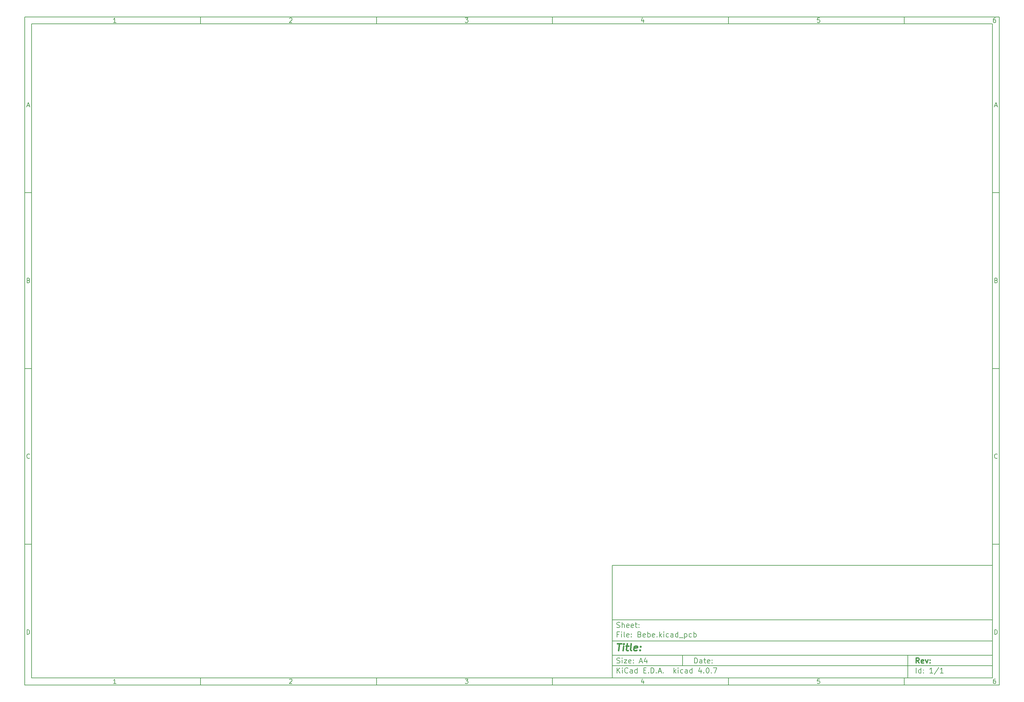
<source format=gbr>
G04 #@! TF.FileFunction,Paste,Top*
%FSLAX46Y46*%
G04 Gerber Fmt 4.6, Leading zero omitted, Abs format (unit mm)*
G04 Created by KiCad (PCBNEW 4.0.7) date 09/26/19 12:59:43*
%MOMM*%
%LPD*%
G01*
G04 APERTURE LIST*
%ADD10C,0.100000*%
%ADD11C,0.150000*%
%ADD12C,0.300000*%
%ADD13C,0.400000*%
G04 APERTURE END LIST*
D10*
D11*
X177002200Y-166007200D02*
X177002200Y-198007200D01*
X285002200Y-198007200D01*
X285002200Y-166007200D01*
X177002200Y-166007200D01*
D10*
D11*
X10000000Y-10000000D02*
X10000000Y-200007200D01*
X287002200Y-200007200D01*
X287002200Y-10000000D01*
X10000000Y-10000000D01*
D10*
D11*
X12000000Y-12000000D02*
X12000000Y-198007200D01*
X285002200Y-198007200D01*
X285002200Y-12000000D01*
X12000000Y-12000000D01*
D10*
D11*
X60000000Y-12000000D02*
X60000000Y-10000000D01*
D10*
D11*
X110000000Y-12000000D02*
X110000000Y-10000000D01*
D10*
D11*
X160000000Y-12000000D02*
X160000000Y-10000000D01*
D10*
D11*
X210000000Y-12000000D02*
X210000000Y-10000000D01*
D10*
D11*
X260000000Y-12000000D02*
X260000000Y-10000000D01*
D10*
D11*
X35990476Y-11588095D02*
X35247619Y-11588095D01*
X35619048Y-11588095D02*
X35619048Y-10288095D01*
X35495238Y-10473810D01*
X35371429Y-10597619D01*
X35247619Y-10659524D01*
D10*
D11*
X85247619Y-10411905D02*
X85309524Y-10350000D01*
X85433333Y-10288095D01*
X85742857Y-10288095D01*
X85866667Y-10350000D01*
X85928571Y-10411905D01*
X85990476Y-10535714D01*
X85990476Y-10659524D01*
X85928571Y-10845238D01*
X85185714Y-11588095D01*
X85990476Y-11588095D01*
D10*
D11*
X135185714Y-10288095D02*
X135990476Y-10288095D01*
X135557143Y-10783333D01*
X135742857Y-10783333D01*
X135866667Y-10845238D01*
X135928571Y-10907143D01*
X135990476Y-11030952D01*
X135990476Y-11340476D01*
X135928571Y-11464286D01*
X135866667Y-11526190D01*
X135742857Y-11588095D01*
X135371429Y-11588095D01*
X135247619Y-11526190D01*
X135185714Y-11464286D01*
D10*
D11*
X185866667Y-10721429D02*
X185866667Y-11588095D01*
X185557143Y-10226190D02*
X185247619Y-11154762D01*
X186052381Y-11154762D01*
D10*
D11*
X235928571Y-10288095D02*
X235309524Y-10288095D01*
X235247619Y-10907143D01*
X235309524Y-10845238D01*
X235433333Y-10783333D01*
X235742857Y-10783333D01*
X235866667Y-10845238D01*
X235928571Y-10907143D01*
X235990476Y-11030952D01*
X235990476Y-11340476D01*
X235928571Y-11464286D01*
X235866667Y-11526190D01*
X235742857Y-11588095D01*
X235433333Y-11588095D01*
X235309524Y-11526190D01*
X235247619Y-11464286D01*
D10*
D11*
X285866667Y-10288095D02*
X285619048Y-10288095D01*
X285495238Y-10350000D01*
X285433333Y-10411905D01*
X285309524Y-10597619D01*
X285247619Y-10845238D01*
X285247619Y-11340476D01*
X285309524Y-11464286D01*
X285371429Y-11526190D01*
X285495238Y-11588095D01*
X285742857Y-11588095D01*
X285866667Y-11526190D01*
X285928571Y-11464286D01*
X285990476Y-11340476D01*
X285990476Y-11030952D01*
X285928571Y-10907143D01*
X285866667Y-10845238D01*
X285742857Y-10783333D01*
X285495238Y-10783333D01*
X285371429Y-10845238D01*
X285309524Y-10907143D01*
X285247619Y-11030952D01*
D10*
D11*
X60000000Y-198007200D02*
X60000000Y-200007200D01*
D10*
D11*
X110000000Y-198007200D02*
X110000000Y-200007200D01*
D10*
D11*
X160000000Y-198007200D02*
X160000000Y-200007200D01*
D10*
D11*
X210000000Y-198007200D02*
X210000000Y-200007200D01*
D10*
D11*
X260000000Y-198007200D02*
X260000000Y-200007200D01*
D10*
D11*
X35990476Y-199595295D02*
X35247619Y-199595295D01*
X35619048Y-199595295D02*
X35619048Y-198295295D01*
X35495238Y-198481010D01*
X35371429Y-198604819D01*
X35247619Y-198666724D01*
D10*
D11*
X85247619Y-198419105D02*
X85309524Y-198357200D01*
X85433333Y-198295295D01*
X85742857Y-198295295D01*
X85866667Y-198357200D01*
X85928571Y-198419105D01*
X85990476Y-198542914D01*
X85990476Y-198666724D01*
X85928571Y-198852438D01*
X85185714Y-199595295D01*
X85990476Y-199595295D01*
D10*
D11*
X135185714Y-198295295D02*
X135990476Y-198295295D01*
X135557143Y-198790533D01*
X135742857Y-198790533D01*
X135866667Y-198852438D01*
X135928571Y-198914343D01*
X135990476Y-199038152D01*
X135990476Y-199347676D01*
X135928571Y-199471486D01*
X135866667Y-199533390D01*
X135742857Y-199595295D01*
X135371429Y-199595295D01*
X135247619Y-199533390D01*
X135185714Y-199471486D01*
D10*
D11*
X185866667Y-198728629D02*
X185866667Y-199595295D01*
X185557143Y-198233390D02*
X185247619Y-199161962D01*
X186052381Y-199161962D01*
D10*
D11*
X235928571Y-198295295D02*
X235309524Y-198295295D01*
X235247619Y-198914343D01*
X235309524Y-198852438D01*
X235433333Y-198790533D01*
X235742857Y-198790533D01*
X235866667Y-198852438D01*
X235928571Y-198914343D01*
X235990476Y-199038152D01*
X235990476Y-199347676D01*
X235928571Y-199471486D01*
X235866667Y-199533390D01*
X235742857Y-199595295D01*
X235433333Y-199595295D01*
X235309524Y-199533390D01*
X235247619Y-199471486D01*
D10*
D11*
X285866667Y-198295295D02*
X285619048Y-198295295D01*
X285495238Y-198357200D01*
X285433333Y-198419105D01*
X285309524Y-198604819D01*
X285247619Y-198852438D01*
X285247619Y-199347676D01*
X285309524Y-199471486D01*
X285371429Y-199533390D01*
X285495238Y-199595295D01*
X285742857Y-199595295D01*
X285866667Y-199533390D01*
X285928571Y-199471486D01*
X285990476Y-199347676D01*
X285990476Y-199038152D01*
X285928571Y-198914343D01*
X285866667Y-198852438D01*
X285742857Y-198790533D01*
X285495238Y-198790533D01*
X285371429Y-198852438D01*
X285309524Y-198914343D01*
X285247619Y-199038152D01*
D10*
D11*
X10000000Y-60000000D02*
X12000000Y-60000000D01*
D10*
D11*
X10000000Y-110000000D02*
X12000000Y-110000000D01*
D10*
D11*
X10000000Y-160000000D02*
X12000000Y-160000000D01*
D10*
D11*
X10690476Y-35216667D02*
X11309524Y-35216667D01*
X10566667Y-35588095D02*
X11000000Y-34288095D01*
X11433333Y-35588095D01*
D10*
D11*
X11092857Y-84907143D02*
X11278571Y-84969048D01*
X11340476Y-85030952D01*
X11402381Y-85154762D01*
X11402381Y-85340476D01*
X11340476Y-85464286D01*
X11278571Y-85526190D01*
X11154762Y-85588095D01*
X10659524Y-85588095D01*
X10659524Y-84288095D01*
X11092857Y-84288095D01*
X11216667Y-84350000D01*
X11278571Y-84411905D01*
X11340476Y-84535714D01*
X11340476Y-84659524D01*
X11278571Y-84783333D01*
X11216667Y-84845238D01*
X11092857Y-84907143D01*
X10659524Y-84907143D01*
D10*
D11*
X11402381Y-135464286D02*
X11340476Y-135526190D01*
X11154762Y-135588095D01*
X11030952Y-135588095D01*
X10845238Y-135526190D01*
X10721429Y-135402381D01*
X10659524Y-135278571D01*
X10597619Y-135030952D01*
X10597619Y-134845238D01*
X10659524Y-134597619D01*
X10721429Y-134473810D01*
X10845238Y-134350000D01*
X11030952Y-134288095D01*
X11154762Y-134288095D01*
X11340476Y-134350000D01*
X11402381Y-134411905D01*
D10*
D11*
X10659524Y-185588095D02*
X10659524Y-184288095D01*
X10969048Y-184288095D01*
X11154762Y-184350000D01*
X11278571Y-184473810D01*
X11340476Y-184597619D01*
X11402381Y-184845238D01*
X11402381Y-185030952D01*
X11340476Y-185278571D01*
X11278571Y-185402381D01*
X11154762Y-185526190D01*
X10969048Y-185588095D01*
X10659524Y-185588095D01*
D10*
D11*
X287002200Y-60000000D02*
X285002200Y-60000000D01*
D10*
D11*
X287002200Y-110000000D02*
X285002200Y-110000000D01*
D10*
D11*
X287002200Y-160000000D02*
X285002200Y-160000000D01*
D10*
D11*
X285692676Y-35216667D02*
X286311724Y-35216667D01*
X285568867Y-35588095D02*
X286002200Y-34288095D01*
X286435533Y-35588095D01*
D10*
D11*
X286095057Y-84907143D02*
X286280771Y-84969048D01*
X286342676Y-85030952D01*
X286404581Y-85154762D01*
X286404581Y-85340476D01*
X286342676Y-85464286D01*
X286280771Y-85526190D01*
X286156962Y-85588095D01*
X285661724Y-85588095D01*
X285661724Y-84288095D01*
X286095057Y-84288095D01*
X286218867Y-84350000D01*
X286280771Y-84411905D01*
X286342676Y-84535714D01*
X286342676Y-84659524D01*
X286280771Y-84783333D01*
X286218867Y-84845238D01*
X286095057Y-84907143D01*
X285661724Y-84907143D01*
D10*
D11*
X286404581Y-135464286D02*
X286342676Y-135526190D01*
X286156962Y-135588095D01*
X286033152Y-135588095D01*
X285847438Y-135526190D01*
X285723629Y-135402381D01*
X285661724Y-135278571D01*
X285599819Y-135030952D01*
X285599819Y-134845238D01*
X285661724Y-134597619D01*
X285723629Y-134473810D01*
X285847438Y-134350000D01*
X286033152Y-134288095D01*
X286156962Y-134288095D01*
X286342676Y-134350000D01*
X286404581Y-134411905D01*
D10*
D11*
X285661724Y-185588095D02*
X285661724Y-184288095D01*
X285971248Y-184288095D01*
X286156962Y-184350000D01*
X286280771Y-184473810D01*
X286342676Y-184597619D01*
X286404581Y-184845238D01*
X286404581Y-185030952D01*
X286342676Y-185278571D01*
X286280771Y-185402381D01*
X286156962Y-185526190D01*
X285971248Y-185588095D01*
X285661724Y-185588095D01*
D10*
D11*
X200359343Y-193785771D02*
X200359343Y-192285771D01*
X200716486Y-192285771D01*
X200930771Y-192357200D01*
X201073629Y-192500057D01*
X201145057Y-192642914D01*
X201216486Y-192928629D01*
X201216486Y-193142914D01*
X201145057Y-193428629D01*
X201073629Y-193571486D01*
X200930771Y-193714343D01*
X200716486Y-193785771D01*
X200359343Y-193785771D01*
X202502200Y-193785771D02*
X202502200Y-193000057D01*
X202430771Y-192857200D01*
X202287914Y-192785771D01*
X202002200Y-192785771D01*
X201859343Y-192857200D01*
X202502200Y-193714343D02*
X202359343Y-193785771D01*
X202002200Y-193785771D01*
X201859343Y-193714343D01*
X201787914Y-193571486D01*
X201787914Y-193428629D01*
X201859343Y-193285771D01*
X202002200Y-193214343D01*
X202359343Y-193214343D01*
X202502200Y-193142914D01*
X203002200Y-192785771D02*
X203573629Y-192785771D01*
X203216486Y-192285771D02*
X203216486Y-193571486D01*
X203287914Y-193714343D01*
X203430772Y-193785771D01*
X203573629Y-193785771D01*
X204645057Y-193714343D02*
X204502200Y-193785771D01*
X204216486Y-193785771D01*
X204073629Y-193714343D01*
X204002200Y-193571486D01*
X204002200Y-193000057D01*
X204073629Y-192857200D01*
X204216486Y-192785771D01*
X204502200Y-192785771D01*
X204645057Y-192857200D01*
X204716486Y-193000057D01*
X204716486Y-193142914D01*
X204002200Y-193285771D01*
X205359343Y-193642914D02*
X205430771Y-193714343D01*
X205359343Y-193785771D01*
X205287914Y-193714343D01*
X205359343Y-193642914D01*
X205359343Y-193785771D01*
X205359343Y-192857200D02*
X205430771Y-192928629D01*
X205359343Y-193000057D01*
X205287914Y-192928629D01*
X205359343Y-192857200D01*
X205359343Y-193000057D01*
D10*
D11*
X177002200Y-194507200D02*
X285002200Y-194507200D01*
D10*
D11*
X178359343Y-196585771D02*
X178359343Y-195085771D01*
X179216486Y-196585771D02*
X178573629Y-195728629D01*
X179216486Y-195085771D02*
X178359343Y-195942914D01*
X179859343Y-196585771D02*
X179859343Y-195585771D01*
X179859343Y-195085771D02*
X179787914Y-195157200D01*
X179859343Y-195228629D01*
X179930771Y-195157200D01*
X179859343Y-195085771D01*
X179859343Y-195228629D01*
X181430772Y-196442914D02*
X181359343Y-196514343D01*
X181145057Y-196585771D01*
X181002200Y-196585771D01*
X180787915Y-196514343D01*
X180645057Y-196371486D01*
X180573629Y-196228629D01*
X180502200Y-195942914D01*
X180502200Y-195728629D01*
X180573629Y-195442914D01*
X180645057Y-195300057D01*
X180787915Y-195157200D01*
X181002200Y-195085771D01*
X181145057Y-195085771D01*
X181359343Y-195157200D01*
X181430772Y-195228629D01*
X182716486Y-196585771D02*
X182716486Y-195800057D01*
X182645057Y-195657200D01*
X182502200Y-195585771D01*
X182216486Y-195585771D01*
X182073629Y-195657200D01*
X182716486Y-196514343D02*
X182573629Y-196585771D01*
X182216486Y-196585771D01*
X182073629Y-196514343D01*
X182002200Y-196371486D01*
X182002200Y-196228629D01*
X182073629Y-196085771D01*
X182216486Y-196014343D01*
X182573629Y-196014343D01*
X182716486Y-195942914D01*
X184073629Y-196585771D02*
X184073629Y-195085771D01*
X184073629Y-196514343D02*
X183930772Y-196585771D01*
X183645058Y-196585771D01*
X183502200Y-196514343D01*
X183430772Y-196442914D01*
X183359343Y-196300057D01*
X183359343Y-195871486D01*
X183430772Y-195728629D01*
X183502200Y-195657200D01*
X183645058Y-195585771D01*
X183930772Y-195585771D01*
X184073629Y-195657200D01*
X185930772Y-195800057D02*
X186430772Y-195800057D01*
X186645058Y-196585771D02*
X185930772Y-196585771D01*
X185930772Y-195085771D01*
X186645058Y-195085771D01*
X187287915Y-196442914D02*
X187359343Y-196514343D01*
X187287915Y-196585771D01*
X187216486Y-196514343D01*
X187287915Y-196442914D01*
X187287915Y-196585771D01*
X188002201Y-196585771D02*
X188002201Y-195085771D01*
X188359344Y-195085771D01*
X188573629Y-195157200D01*
X188716487Y-195300057D01*
X188787915Y-195442914D01*
X188859344Y-195728629D01*
X188859344Y-195942914D01*
X188787915Y-196228629D01*
X188716487Y-196371486D01*
X188573629Y-196514343D01*
X188359344Y-196585771D01*
X188002201Y-196585771D01*
X189502201Y-196442914D02*
X189573629Y-196514343D01*
X189502201Y-196585771D01*
X189430772Y-196514343D01*
X189502201Y-196442914D01*
X189502201Y-196585771D01*
X190145058Y-196157200D02*
X190859344Y-196157200D01*
X190002201Y-196585771D02*
X190502201Y-195085771D01*
X191002201Y-196585771D01*
X191502201Y-196442914D02*
X191573629Y-196514343D01*
X191502201Y-196585771D01*
X191430772Y-196514343D01*
X191502201Y-196442914D01*
X191502201Y-196585771D01*
X194502201Y-196585771D02*
X194502201Y-195085771D01*
X194645058Y-196014343D02*
X195073629Y-196585771D01*
X195073629Y-195585771D02*
X194502201Y-196157200D01*
X195716487Y-196585771D02*
X195716487Y-195585771D01*
X195716487Y-195085771D02*
X195645058Y-195157200D01*
X195716487Y-195228629D01*
X195787915Y-195157200D01*
X195716487Y-195085771D01*
X195716487Y-195228629D01*
X197073630Y-196514343D02*
X196930773Y-196585771D01*
X196645059Y-196585771D01*
X196502201Y-196514343D01*
X196430773Y-196442914D01*
X196359344Y-196300057D01*
X196359344Y-195871486D01*
X196430773Y-195728629D01*
X196502201Y-195657200D01*
X196645059Y-195585771D01*
X196930773Y-195585771D01*
X197073630Y-195657200D01*
X198359344Y-196585771D02*
X198359344Y-195800057D01*
X198287915Y-195657200D01*
X198145058Y-195585771D01*
X197859344Y-195585771D01*
X197716487Y-195657200D01*
X198359344Y-196514343D02*
X198216487Y-196585771D01*
X197859344Y-196585771D01*
X197716487Y-196514343D01*
X197645058Y-196371486D01*
X197645058Y-196228629D01*
X197716487Y-196085771D01*
X197859344Y-196014343D01*
X198216487Y-196014343D01*
X198359344Y-195942914D01*
X199716487Y-196585771D02*
X199716487Y-195085771D01*
X199716487Y-196514343D02*
X199573630Y-196585771D01*
X199287916Y-196585771D01*
X199145058Y-196514343D01*
X199073630Y-196442914D01*
X199002201Y-196300057D01*
X199002201Y-195871486D01*
X199073630Y-195728629D01*
X199145058Y-195657200D01*
X199287916Y-195585771D01*
X199573630Y-195585771D01*
X199716487Y-195657200D01*
X202216487Y-195585771D02*
X202216487Y-196585771D01*
X201859344Y-195014343D02*
X201502201Y-196085771D01*
X202430773Y-196085771D01*
X203002201Y-196442914D02*
X203073629Y-196514343D01*
X203002201Y-196585771D01*
X202930772Y-196514343D01*
X203002201Y-196442914D01*
X203002201Y-196585771D01*
X204002201Y-195085771D02*
X204145058Y-195085771D01*
X204287915Y-195157200D01*
X204359344Y-195228629D01*
X204430773Y-195371486D01*
X204502201Y-195657200D01*
X204502201Y-196014343D01*
X204430773Y-196300057D01*
X204359344Y-196442914D01*
X204287915Y-196514343D01*
X204145058Y-196585771D01*
X204002201Y-196585771D01*
X203859344Y-196514343D01*
X203787915Y-196442914D01*
X203716487Y-196300057D01*
X203645058Y-196014343D01*
X203645058Y-195657200D01*
X203716487Y-195371486D01*
X203787915Y-195228629D01*
X203859344Y-195157200D01*
X204002201Y-195085771D01*
X205145058Y-196442914D02*
X205216486Y-196514343D01*
X205145058Y-196585771D01*
X205073629Y-196514343D01*
X205145058Y-196442914D01*
X205145058Y-196585771D01*
X205716487Y-195085771D02*
X206716487Y-195085771D01*
X206073630Y-196585771D01*
D10*
D11*
X177002200Y-191507200D02*
X285002200Y-191507200D01*
D10*
D12*
X264216486Y-193785771D02*
X263716486Y-193071486D01*
X263359343Y-193785771D02*
X263359343Y-192285771D01*
X263930771Y-192285771D01*
X264073629Y-192357200D01*
X264145057Y-192428629D01*
X264216486Y-192571486D01*
X264216486Y-192785771D01*
X264145057Y-192928629D01*
X264073629Y-193000057D01*
X263930771Y-193071486D01*
X263359343Y-193071486D01*
X265430771Y-193714343D02*
X265287914Y-193785771D01*
X265002200Y-193785771D01*
X264859343Y-193714343D01*
X264787914Y-193571486D01*
X264787914Y-193000057D01*
X264859343Y-192857200D01*
X265002200Y-192785771D01*
X265287914Y-192785771D01*
X265430771Y-192857200D01*
X265502200Y-193000057D01*
X265502200Y-193142914D01*
X264787914Y-193285771D01*
X266002200Y-192785771D02*
X266359343Y-193785771D01*
X266716485Y-192785771D01*
X267287914Y-193642914D02*
X267359342Y-193714343D01*
X267287914Y-193785771D01*
X267216485Y-193714343D01*
X267287914Y-193642914D01*
X267287914Y-193785771D01*
X267287914Y-192857200D02*
X267359342Y-192928629D01*
X267287914Y-193000057D01*
X267216485Y-192928629D01*
X267287914Y-192857200D01*
X267287914Y-193000057D01*
D10*
D11*
X178287914Y-193714343D02*
X178502200Y-193785771D01*
X178859343Y-193785771D01*
X179002200Y-193714343D01*
X179073629Y-193642914D01*
X179145057Y-193500057D01*
X179145057Y-193357200D01*
X179073629Y-193214343D01*
X179002200Y-193142914D01*
X178859343Y-193071486D01*
X178573629Y-193000057D01*
X178430771Y-192928629D01*
X178359343Y-192857200D01*
X178287914Y-192714343D01*
X178287914Y-192571486D01*
X178359343Y-192428629D01*
X178430771Y-192357200D01*
X178573629Y-192285771D01*
X178930771Y-192285771D01*
X179145057Y-192357200D01*
X179787914Y-193785771D02*
X179787914Y-192785771D01*
X179787914Y-192285771D02*
X179716485Y-192357200D01*
X179787914Y-192428629D01*
X179859342Y-192357200D01*
X179787914Y-192285771D01*
X179787914Y-192428629D01*
X180359343Y-192785771D02*
X181145057Y-192785771D01*
X180359343Y-193785771D01*
X181145057Y-193785771D01*
X182287914Y-193714343D02*
X182145057Y-193785771D01*
X181859343Y-193785771D01*
X181716486Y-193714343D01*
X181645057Y-193571486D01*
X181645057Y-193000057D01*
X181716486Y-192857200D01*
X181859343Y-192785771D01*
X182145057Y-192785771D01*
X182287914Y-192857200D01*
X182359343Y-193000057D01*
X182359343Y-193142914D01*
X181645057Y-193285771D01*
X183002200Y-193642914D02*
X183073628Y-193714343D01*
X183002200Y-193785771D01*
X182930771Y-193714343D01*
X183002200Y-193642914D01*
X183002200Y-193785771D01*
X183002200Y-192857200D02*
X183073628Y-192928629D01*
X183002200Y-193000057D01*
X182930771Y-192928629D01*
X183002200Y-192857200D01*
X183002200Y-193000057D01*
X184787914Y-193357200D02*
X185502200Y-193357200D01*
X184645057Y-193785771D02*
X185145057Y-192285771D01*
X185645057Y-193785771D01*
X186787914Y-192785771D02*
X186787914Y-193785771D01*
X186430771Y-192214343D02*
X186073628Y-193285771D01*
X187002200Y-193285771D01*
D10*
D11*
X263359343Y-196585771D02*
X263359343Y-195085771D01*
X264716486Y-196585771D02*
X264716486Y-195085771D01*
X264716486Y-196514343D02*
X264573629Y-196585771D01*
X264287915Y-196585771D01*
X264145057Y-196514343D01*
X264073629Y-196442914D01*
X264002200Y-196300057D01*
X264002200Y-195871486D01*
X264073629Y-195728629D01*
X264145057Y-195657200D01*
X264287915Y-195585771D01*
X264573629Y-195585771D01*
X264716486Y-195657200D01*
X265430772Y-196442914D02*
X265502200Y-196514343D01*
X265430772Y-196585771D01*
X265359343Y-196514343D01*
X265430772Y-196442914D01*
X265430772Y-196585771D01*
X265430772Y-195657200D02*
X265502200Y-195728629D01*
X265430772Y-195800057D01*
X265359343Y-195728629D01*
X265430772Y-195657200D01*
X265430772Y-195800057D01*
X268073629Y-196585771D02*
X267216486Y-196585771D01*
X267645058Y-196585771D02*
X267645058Y-195085771D01*
X267502201Y-195300057D01*
X267359343Y-195442914D01*
X267216486Y-195514343D01*
X269787914Y-195014343D02*
X268502200Y-196942914D01*
X271073629Y-196585771D02*
X270216486Y-196585771D01*
X270645058Y-196585771D02*
X270645058Y-195085771D01*
X270502201Y-195300057D01*
X270359343Y-195442914D01*
X270216486Y-195514343D01*
D10*
D11*
X177002200Y-187507200D02*
X285002200Y-187507200D01*
D10*
D13*
X178454581Y-188211962D02*
X179597438Y-188211962D01*
X178776010Y-190211962D02*
X179026010Y-188211962D01*
X180014105Y-190211962D02*
X180180771Y-188878629D01*
X180264105Y-188211962D02*
X180156962Y-188307200D01*
X180240295Y-188402438D01*
X180347439Y-188307200D01*
X180264105Y-188211962D01*
X180240295Y-188402438D01*
X180847438Y-188878629D02*
X181609343Y-188878629D01*
X181216486Y-188211962D02*
X181002200Y-189926248D01*
X181073630Y-190116724D01*
X181252201Y-190211962D01*
X181442677Y-190211962D01*
X182395058Y-190211962D02*
X182216487Y-190116724D01*
X182145057Y-189926248D01*
X182359343Y-188211962D01*
X183930772Y-190116724D02*
X183728391Y-190211962D01*
X183347439Y-190211962D01*
X183168867Y-190116724D01*
X183097438Y-189926248D01*
X183192676Y-189164343D01*
X183311724Y-188973867D01*
X183514105Y-188878629D01*
X183895057Y-188878629D01*
X184073629Y-188973867D01*
X184145057Y-189164343D01*
X184121248Y-189354819D01*
X183145057Y-189545295D01*
X184895057Y-190021486D02*
X184978392Y-190116724D01*
X184871248Y-190211962D01*
X184787915Y-190116724D01*
X184895057Y-190021486D01*
X184871248Y-190211962D01*
X185026010Y-188973867D02*
X185109344Y-189069105D01*
X185002200Y-189164343D01*
X184918867Y-189069105D01*
X185026010Y-188973867D01*
X185002200Y-189164343D01*
D10*
D11*
X178859343Y-185600057D02*
X178359343Y-185600057D01*
X178359343Y-186385771D02*
X178359343Y-184885771D01*
X179073629Y-184885771D01*
X179645057Y-186385771D02*
X179645057Y-185385771D01*
X179645057Y-184885771D02*
X179573628Y-184957200D01*
X179645057Y-185028629D01*
X179716485Y-184957200D01*
X179645057Y-184885771D01*
X179645057Y-185028629D01*
X180573629Y-186385771D02*
X180430771Y-186314343D01*
X180359343Y-186171486D01*
X180359343Y-184885771D01*
X181716485Y-186314343D02*
X181573628Y-186385771D01*
X181287914Y-186385771D01*
X181145057Y-186314343D01*
X181073628Y-186171486D01*
X181073628Y-185600057D01*
X181145057Y-185457200D01*
X181287914Y-185385771D01*
X181573628Y-185385771D01*
X181716485Y-185457200D01*
X181787914Y-185600057D01*
X181787914Y-185742914D01*
X181073628Y-185885771D01*
X182430771Y-186242914D02*
X182502199Y-186314343D01*
X182430771Y-186385771D01*
X182359342Y-186314343D01*
X182430771Y-186242914D01*
X182430771Y-186385771D01*
X182430771Y-185457200D02*
X182502199Y-185528629D01*
X182430771Y-185600057D01*
X182359342Y-185528629D01*
X182430771Y-185457200D01*
X182430771Y-185600057D01*
X184787914Y-185600057D02*
X185002200Y-185671486D01*
X185073628Y-185742914D01*
X185145057Y-185885771D01*
X185145057Y-186100057D01*
X185073628Y-186242914D01*
X185002200Y-186314343D01*
X184859342Y-186385771D01*
X184287914Y-186385771D01*
X184287914Y-184885771D01*
X184787914Y-184885771D01*
X184930771Y-184957200D01*
X185002200Y-185028629D01*
X185073628Y-185171486D01*
X185073628Y-185314343D01*
X185002200Y-185457200D01*
X184930771Y-185528629D01*
X184787914Y-185600057D01*
X184287914Y-185600057D01*
X186359342Y-186314343D02*
X186216485Y-186385771D01*
X185930771Y-186385771D01*
X185787914Y-186314343D01*
X185716485Y-186171486D01*
X185716485Y-185600057D01*
X185787914Y-185457200D01*
X185930771Y-185385771D01*
X186216485Y-185385771D01*
X186359342Y-185457200D01*
X186430771Y-185600057D01*
X186430771Y-185742914D01*
X185716485Y-185885771D01*
X187073628Y-186385771D02*
X187073628Y-184885771D01*
X187073628Y-185457200D02*
X187216485Y-185385771D01*
X187502199Y-185385771D01*
X187645056Y-185457200D01*
X187716485Y-185528629D01*
X187787914Y-185671486D01*
X187787914Y-186100057D01*
X187716485Y-186242914D01*
X187645056Y-186314343D01*
X187502199Y-186385771D01*
X187216485Y-186385771D01*
X187073628Y-186314343D01*
X189002199Y-186314343D02*
X188859342Y-186385771D01*
X188573628Y-186385771D01*
X188430771Y-186314343D01*
X188359342Y-186171486D01*
X188359342Y-185600057D01*
X188430771Y-185457200D01*
X188573628Y-185385771D01*
X188859342Y-185385771D01*
X189002199Y-185457200D01*
X189073628Y-185600057D01*
X189073628Y-185742914D01*
X188359342Y-185885771D01*
X189716485Y-186242914D02*
X189787913Y-186314343D01*
X189716485Y-186385771D01*
X189645056Y-186314343D01*
X189716485Y-186242914D01*
X189716485Y-186385771D01*
X190430771Y-186385771D02*
X190430771Y-184885771D01*
X190573628Y-185814343D02*
X191002199Y-186385771D01*
X191002199Y-185385771D02*
X190430771Y-185957200D01*
X191645057Y-186385771D02*
X191645057Y-185385771D01*
X191645057Y-184885771D02*
X191573628Y-184957200D01*
X191645057Y-185028629D01*
X191716485Y-184957200D01*
X191645057Y-184885771D01*
X191645057Y-185028629D01*
X193002200Y-186314343D02*
X192859343Y-186385771D01*
X192573629Y-186385771D01*
X192430771Y-186314343D01*
X192359343Y-186242914D01*
X192287914Y-186100057D01*
X192287914Y-185671486D01*
X192359343Y-185528629D01*
X192430771Y-185457200D01*
X192573629Y-185385771D01*
X192859343Y-185385771D01*
X193002200Y-185457200D01*
X194287914Y-186385771D02*
X194287914Y-185600057D01*
X194216485Y-185457200D01*
X194073628Y-185385771D01*
X193787914Y-185385771D01*
X193645057Y-185457200D01*
X194287914Y-186314343D02*
X194145057Y-186385771D01*
X193787914Y-186385771D01*
X193645057Y-186314343D01*
X193573628Y-186171486D01*
X193573628Y-186028629D01*
X193645057Y-185885771D01*
X193787914Y-185814343D01*
X194145057Y-185814343D01*
X194287914Y-185742914D01*
X195645057Y-186385771D02*
X195645057Y-184885771D01*
X195645057Y-186314343D02*
X195502200Y-186385771D01*
X195216486Y-186385771D01*
X195073628Y-186314343D01*
X195002200Y-186242914D01*
X194930771Y-186100057D01*
X194930771Y-185671486D01*
X195002200Y-185528629D01*
X195073628Y-185457200D01*
X195216486Y-185385771D01*
X195502200Y-185385771D01*
X195645057Y-185457200D01*
X196002200Y-186528629D02*
X197145057Y-186528629D01*
X197502200Y-185385771D02*
X197502200Y-186885771D01*
X197502200Y-185457200D02*
X197645057Y-185385771D01*
X197930771Y-185385771D01*
X198073628Y-185457200D01*
X198145057Y-185528629D01*
X198216486Y-185671486D01*
X198216486Y-186100057D01*
X198145057Y-186242914D01*
X198073628Y-186314343D01*
X197930771Y-186385771D01*
X197645057Y-186385771D01*
X197502200Y-186314343D01*
X199502200Y-186314343D02*
X199359343Y-186385771D01*
X199073629Y-186385771D01*
X198930771Y-186314343D01*
X198859343Y-186242914D01*
X198787914Y-186100057D01*
X198787914Y-185671486D01*
X198859343Y-185528629D01*
X198930771Y-185457200D01*
X199073629Y-185385771D01*
X199359343Y-185385771D01*
X199502200Y-185457200D01*
X200145057Y-186385771D02*
X200145057Y-184885771D01*
X200145057Y-185457200D02*
X200287914Y-185385771D01*
X200573628Y-185385771D01*
X200716485Y-185457200D01*
X200787914Y-185528629D01*
X200859343Y-185671486D01*
X200859343Y-186100057D01*
X200787914Y-186242914D01*
X200716485Y-186314343D01*
X200573628Y-186385771D01*
X200287914Y-186385771D01*
X200145057Y-186314343D01*
D10*
D11*
X177002200Y-181507200D02*
X285002200Y-181507200D01*
D10*
D11*
X178287914Y-183614343D02*
X178502200Y-183685771D01*
X178859343Y-183685771D01*
X179002200Y-183614343D01*
X179073629Y-183542914D01*
X179145057Y-183400057D01*
X179145057Y-183257200D01*
X179073629Y-183114343D01*
X179002200Y-183042914D01*
X178859343Y-182971486D01*
X178573629Y-182900057D01*
X178430771Y-182828629D01*
X178359343Y-182757200D01*
X178287914Y-182614343D01*
X178287914Y-182471486D01*
X178359343Y-182328629D01*
X178430771Y-182257200D01*
X178573629Y-182185771D01*
X178930771Y-182185771D01*
X179145057Y-182257200D01*
X179787914Y-183685771D02*
X179787914Y-182185771D01*
X180430771Y-183685771D02*
X180430771Y-182900057D01*
X180359342Y-182757200D01*
X180216485Y-182685771D01*
X180002200Y-182685771D01*
X179859342Y-182757200D01*
X179787914Y-182828629D01*
X181716485Y-183614343D02*
X181573628Y-183685771D01*
X181287914Y-183685771D01*
X181145057Y-183614343D01*
X181073628Y-183471486D01*
X181073628Y-182900057D01*
X181145057Y-182757200D01*
X181287914Y-182685771D01*
X181573628Y-182685771D01*
X181716485Y-182757200D01*
X181787914Y-182900057D01*
X181787914Y-183042914D01*
X181073628Y-183185771D01*
X183002199Y-183614343D02*
X182859342Y-183685771D01*
X182573628Y-183685771D01*
X182430771Y-183614343D01*
X182359342Y-183471486D01*
X182359342Y-182900057D01*
X182430771Y-182757200D01*
X182573628Y-182685771D01*
X182859342Y-182685771D01*
X183002199Y-182757200D01*
X183073628Y-182900057D01*
X183073628Y-183042914D01*
X182359342Y-183185771D01*
X183502199Y-182685771D02*
X184073628Y-182685771D01*
X183716485Y-182185771D02*
X183716485Y-183471486D01*
X183787913Y-183614343D01*
X183930771Y-183685771D01*
X184073628Y-183685771D01*
X184573628Y-183542914D02*
X184645056Y-183614343D01*
X184573628Y-183685771D01*
X184502199Y-183614343D01*
X184573628Y-183542914D01*
X184573628Y-183685771D01*
X184573628Y-182757200D02*
X184645056Y-182828629D01*
X184573628Y-182900057D01*
X184502199Y-182828629D01*
X184573628Y-182757200D01*
X184573628Y-182900057D01*
D10*
D11*
X197002200Y-191507200D02*
X197002200Y-194507200D01*
D10*
D11*
X261002200Y-191507200D02*
X261002200Y-198007200D01*
M02*

</source>
